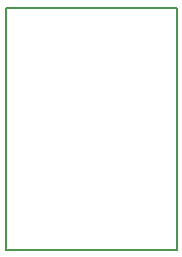
<source format=gbr>
%TF.GenerationSoftware,KiCad,Pcbnew,(6.0.6-0)*%
%TF.CreationDate,2022-08-17T23:59:37-07:00*%
%TF.ProjectId,icp-20100,6963702d-3230-4313-9030-2e6b69636164,rev?*%
%TF.SameCoordinates,Original*%
%TF.FileFunction,Profile,NP*%
%FSLAX46Y46*%
G04 Gerber Fmt 4.6, Leading zero omitted, Abs format (unit mm)*
G04 Created by KiCad (PCBNEW (6.0.6-0)) date 2022-08-17 23:59:37*
%MOMM*%
%LPD*%
G01*
G04 APERTURE LIST*
%TA.AperFunction,Profile*%
%ADD10C,0.200000*%
%TD*%
G04 APERTURE END LIST*
D10*
X100000000Y-100000000D02*
X114500000Y-100000000D01*
X114500000Y-100000000D02*
X114500000Y-120500000D01*
X114500000Y-120500000D02*
X100000000Y-120500000D01*
X100000000Y-120500000D02*
X100000000Y-100000000D01*
M02*

</source>
